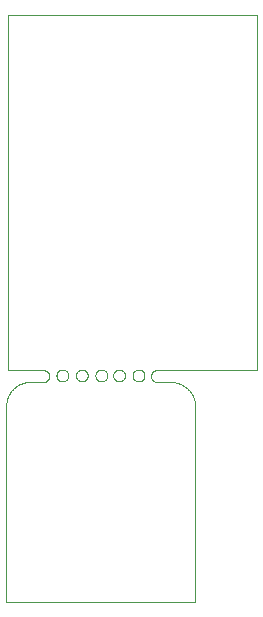
<source format=gko>
G75*
%MOIN*%
%OFA0B0*%
%FSLAX25Y25*%
%IPPOS*%
%LPD*%
%AMOC8*
5,1,8,0,0,1.08239X$1,22.5*
%
%ADD10C,0.00000*%
D10*
X0166504Y0053709D02*
X0166504Y0119260D01*
X0166506Y0119450D01*
X0166513Y0119640D01*
X0166525Y0119830D01*
X0166541Y0120020D01*
X0166561Y0120209D01*
X0166587Y0120398D01*
X0166616Y0120586D01*
X0166651Y0120773D01*
X0166690Y0120959D01*
X0166733Y0121144D01*
X0166781Y0121329D01*
X0166833Y0121512D01*
X0166889Y0121693D01*
X0166950Y0121873D01*
X0167016Y0122052D01*
X0167085Y0122229D01*
X0167159Y0122405D01*
X0167237Y0122578D01*
X0167320Y0122750D01*
X0167406Y0122919D01*
X0167496Y0123087D01*
X0167591Y0123252D01*
X0167689Y0123415D01*
X0167792Y0123575D01*
X0167898Y0123733D01*
X0168008Y0123888D01*
X0168121Y0124041D01*
X0168239Y0124191D01*
X0168360Y0124337D01*
X0168484Y0124481D01*
X0168612Y0124622D01*
X0168743Y0124760D01*
X0168878Y0124895D01*
X0169016Y0125026D01*
X0169157Y0125154D01*
X0169301Y0125278D01*
X0169447Y0125399D01*
X0169597Y0125517D01*
X0169750Y0125630D01*
X0169905Y0125740D01*
X0170063Y0125846D01*
X0170223Y0125949D01*
X0170386Y0126047D01*
X0170551Y0126142D01*
X0170719Y0126232D01*
X0170888Y0126318D01*
X0171060Y0126401D01*
X0171233Y0126479D01*
X0171409Y0126553D01*
X0171586Y0126622D01*
X0171765Y0126688D01*
X0171945Y0126749D01*
X0172126Y0126805D01*
X0172309Y0126857D01*
X0172494Y0126905D01*
X0172679Y0126948D01*
X0172865Y0126987D01*
X0173052Y0127022D01*
X0173240Y0127051D01*
X0173429Y0127077D01*
X0173618Y0127097D01*
X0173808Y0127113D01*
X0173998Y0127125D01*
X0174188Y0127132D01*
X0174378Y0127134D01*
X0178906Y0127134D01*
X0178992Y0127136D01*
X0179078Y0127141D01*
X0179163Y0127151D01*
X0179248Y0127164D01*
X0179332Y0127181D01*
X0179416Y0127201D01*
X0179498Y0127225D01*
X0179579Y0127253D01*
X0179660Y0127284D01*
X0179738Y0127318D01*
X0179815Y0127356D01*
X0179891Y0127398D01*
X0179964Y0127442D01*
X0180035Y0127490D01*
X0180105Y0127541D01*
X0180172Y0127595D01*
X0180236Y0127651D01*
X0180298Y0127711D01*
X0180358Y0127773D01*
X0180414Y0127837D01*
X0180468Y0127904D01*
X0180519Y0127974D01*
X0180567Y0128045D01*
X0180611Y0128119D01*
X0180653Y0128194D01*
X0180691Y0128271D01*
X0180725Y0128349D01*
X0180756Y0128430D01*
X0180784Y0128511D01*
X0180808Y0128593D01*
X0180828Y0128677D01*
X0180845Y0128761D01*
X0180858Y0128846D01*
X0180868Y0128931D01*
X0180873Y0129017D01*
X0180875Y0129103D01*
X0180873Y0129189D01*
X0180868Y0129275D01*
X0180858Y0129360D01*
X0180845Y0129445D01*
X0180828Y0129529D01*
X0180808Y0129613D01*
X0180784Y0129695D01*
X0180756Y0129776D01*
X0180725Y0129857D01*
X0180691Y0129935D01*
X0180653Y0130012D01*
X0180611Y0130088D01*
X0180567Y0130161D01*
X0180519Y0130232D01*
X0180468Y0130302D01*
X0180414Y0130369D01*
X0180358Y0130433D01*
X0180298Y0130495D01*
X0180236Y0130555D01*
X0180172Y0130611D01*
X0180105Y0130665D01*
X0180035Y0130716D01*
X0179964Y0130764D01*
X0179891Y0130808D01*
X0179815Y0130850D01*
X0179738Y0130888D01*
X0179660Y0130922D01*
X0179579Y0130953D01*
X0179498Y0130981D01*
X0179416Y0131005D01*
X0179332Y0131025D01*
X0179248Y0131042D01*
X0179163Y0131055D01*
X0179078Y0131065D01*
X0178992Y0131070D01*
X0178906Y0131072D01*
X0178906Y0131071D02*
X0167095Y0131071D01*
X0167095Y0249575D01*
X0249969Y0249575D01*
X0249969Y0131071D01*
X0216701Y0131071D01*
X0216701Y0131072D02*
X0216615Y0131070D01*
X0216529Y0131065D01*
X0216444Y0131055D01*
X0216359Y0131042D01*
X0216275Y0131025D01*
X0216191Y0131005D01*
X0216109Y0130981D01*
X0216028Y0130953D01*
X0215947Y0130922D01*
X0215869Y0130888D01*
X0215792Y0130850D01*
X0215717Y0130808D01*
X0215643Y0130764D01*
X0215572Y0130716D01*
X0215502Y0130665D01*
X0215435Y0130611D01*
X0215371Y0130555D01*
X0215309Y0130495D01*
X0215249Y0130433D01*
X0215193Y0130369D01*
X0215139Y0130302D01*
X0215088Y0130232D01*
X0215040Y0130161D01*
X0214996Y0130088D01*
X0214954Y0130012D01*
X0214916Y0129935D01*
X0214882Y0129857D01*
X0214851Y0129776D01*
X0214823Y0129695D01*
X0214799Y0129613D01*
X0214779Y0129529D01*
X0214762Y0129445D01*
X0214749Y0129360D01*
X0214739Y0129275D01*
X0214734Y0129189D01*
X0214732Y0129103D01*
X0214734Y0129017D01*
X0214739Y0128931D01*
X0214749Y0128846D01*
X0214762Y0128761D01*
X0214779Y0128677D01*
X0214799Y0128593D01*
X0214823Y0128511D01*
X0214851Y0128430D01*
X0214882Y0128349D01*
X0214916Y0128271D01*
X0214954Y0128194D01*
X0214996Y0128119D01*
X0215040Y0128045D01*
X0215088Y0127974D01*
X0215139Y0127904D01*
X0215193Y0127837D01*
X0215249Y0127773D01*
X0215309Y0127711D01*
X0215371Y0127651D01*
X0215435Y0127595D01*
X0215502Y0127541D01*
X0215572Y0127490D01*
X0215643Y0127442D01*
X0215717Y0127398D01*
X0215792Y0127356D01*
X0215869Y0127318D01*
X0215947Y0127284D01*
X0216028Y0127253D01*
X0216109Y0127225D01*
X0216191Y0127201D01*
X0216275Y0127181D01*
X0216359Y0127164D01*
X0216444Y0127151D01*
X0216529Y0127141D01*
X0216615Y0127136D01*
X0216701Y0127134D01*
X0221032Y0127134D01*
X0208630Y0129300D02*
X0208632Y0129388D01*
X0208638Y0129476D01*
X0208648Y0129564D01*
X0208662Y0129652D01*
X0208679Y0129738D01*
X0208701Y0129824D01*
X0208726Y0129908D01*
X0208756Y0129992D01*
X0208788Y0130074D01*
X0208825Y0130154D01*
X0208865Y0130233D01*
X0208909Y0130310D01*
X0208956Y0130385D01*
X0209006Y0130457D01*
X0209060Y0130528D01*
X0209116Y0130595D01*
X0209176Y0130661D01*
X0209238Y0130723D01*
X0209304Y0130783D01*
X0209371Y0130839D01*
X0209442Y0130893D01*
X0209514Y0130943D01*
X0209589Y0130990D01*
X0209666Y0131034D01*
X0209745Y0131074D01*
X0209825Y0131111D01*
X0209907Y0131143D01*
X0209991Y0131173D01*
X0210075Y0131198D01*
X0210161Y0131220D01*
X0210247Y0131237D01*
X0210335Y0131251D01*
X0210423Y0131261D01*
X0210511Y0131267D01*
X0210599Y0131269D01*
X0210687Y0131267D01*
X0210775Y0131261D01*
X0210863Y0131251D01*
X0210951Y0131237D01*
X0211037Y0131220D01*
X0211123Y0131198D01*
X0211207Y0131173D01*
X0211291Y0131143D01*
X0211373Y0131111D01*
X0211453Y0131074D01*
X0211532Y0131034D01*
X0211609Y0130990D01*
X0211684Y0130943D01*
X0211756Y0130893D01*
X0211827Y0130839D01*
X0211894Y0130783D01*
X0211960Y0130723D01*
X0212022Y0130661D01*
X0212082Y0130595D01*
X0212138Y0130528D01*
X0212192Y0130457D01*
X0212242Y0130385D01*
X0212289Y0130310D01*
X0212333Y0130233D01*
X0212373Y0130154D01*
X0212410Y0130074D01*
X0212442Y0129992D01*
X0212472Y0129908D01*
X0212497Y0129824D01*
X0212519Y0129738D01*
X0212536Y0129652D01*
X0212550Y0129564D01*
X0212560Y0129476D01*
X0212566Y0129388D01*
X0212568Y0129300D01*
X0212566Y0129212D01*
X0212560Y0129124D01*
X0212550Y0129036D01*
X0212536Y0128948D01*
X0212519Y0128862D01*
X0212497Y0128776D01*
X0212472Y0128692D01*
X0212442Y0128608D01*
X0212410Y0128526D01*
X0212373Y0128446D01*
X0212333Y0128367D01*
X0212289Y0128290D01*
X0212242Y0128215D01*
X0212192Y0128143D01*
X0212138Y0128072D01*
X0212082Y0128005D01*
X0212022Y0127939D01*
X0211960Y0127877D01*
X0211894Y0127817D01*
X0211827Y0127761D01*
X0211756Y0127707D01*
X0211684Y0127657D01*
X0211609Y0127610D01*
X0211532Y0127566D01*
X0211453Y0127526D01*
X0211373Y0127489D01*
X0211291Y0127457D01*
X0211207Y0127427D01*
X0211123Y0127402D01*
X0211037Y0127380D01*
X0210951Y0127363D01*
X0210863Y0127349D01*
X0210775Y0127339D01*
X0210687Y0127333D01*
X0210599Y0127331D01*
X0210511Y0127333D01*
X0210423Y0127339D01*
X0210335Y0127349D01*
X0210247Y0127363D01*
X0210161Y0127380D01*
X0210075Y0127402D01*
X0209991Y0127427D01*
X0209907Y0127457D01*
X0209825Y0127489D01*
X0209745Y0127526D01*
X0209666Y0127566D01*
X0209589Y0127610D01*
X0209514Y0127657D01*
X0209442Y0127707D01*
X0209371Y0127761D01*
X0209304Y0127817D01*
X0209238Y0127877D01*
X0209176Y0127939D01*
X0209116Y0128005D01*
X0209060Y0128072D01*
X0209006Y0128143D01*
X0208956Y0128215D01*
X0208909Y0128290D01*
X0208865Y0128367D01*
X0208825Y0128446D01*
X0208788Y0128526D01*
X0208756Y0128608D01*
X0208726Y0128692D01*
X0208701Y0128776D01*
X0208679Y0128862D01*
X0208662Y0128948D01*
X0208648Y0129036D01*
X0208638Y0129124D01*
X0208632Y0129212D01*
X0208630Y0129300D01*
X0202134Y0129300D02*
X0202136Y0129388D01*
X0202142Y0129476D01*
X0202152Y0129564D01*
X0202166Y0129652D01*
X0202183Y0129738D01*
X0202205Y0129824D01*
X0202230Y0129908D01*
X0202260Y0129992D01*
X0202292Y0130074D01*
X0202329Y0130154D01*
X0202369Y0130233D01*
X0202413Y0130310D01*
X0202460Y0130385D01*
X0202510Y0130457D01*
X0202564Y0130528D01*
X0202620Y0130595D01*
X0202680Y0130661D01*
X0202742Y0130723D01*
X0202808Y0130783D01*
X0202875Y0130839D01*
X0202946Y0130893D01*
X0203018Y0130943D01*
X0203093Y0130990D01*
X0203170Y0131034D01*
X0203249Y0131074D01*
X0203329Y0131111D01*
X0203411Y0131143D01*
X0203495Y0131173D01*
X0203579Y0131198D01*
X0203665Y0131220D01*
X0203751Y0131237D01*
X0203839Y0131251D01*
X0203927Y0131261D01*
X0204015Y0131267D01*
X0204103Y0131269D01*
X0204191Y0131267D01*
X0204279Y0131261D01*
X0204367Y0131251D01*
X0204455Y0131237D01*
X0204541Y0131220D01*
X0204627Y0131198D01*
X0204711Y0131173D01*
X0204795Y0131143D01*
X0204877Y0131111D01*
X0204957Y0131074D01*
X0205036Y0131034D01*
X0205113Y0130990D01*
X0205188Y0130943D01*
X0205260Y0130893D01*
X0205331Y0130839D01*
X0205398Y0130783D01*
X0205464Y0130723D01*
X0205526Y0130661D01*
X0205586Y0130595D01*
X0205642Y0130528D01*
X0205696Y0130457D01*
X0205746Y0130385D01*
X0205793Y0130310D01*
X0205837Y0130233D01*
X0205877Y0130154D01*
X0205914Y0130074D01*
X0205946Y0129992D01*
X0205976Y0129908D01*
X0206001Y0129824D01*
X0206023Y0129738D01*
X0206040Y0129652D01*
X0206054Y0129564D01*
X0206064Y0129476D01*
X0206070Y0129388D01*
X0206072Y0129300D01*
X0206070Y0129212D01*
X0206064Y0129124D01*
X0206054Y0129036D01*
X0206040Y0128948D01*
X0206023Y0128862D01*
X0206001Y0128776D01*
X0205976Y0128692D01*
X0205946Y0128608D01*
X0205914Y0128526D01*
X0205877Y0128446D01*
X0205837Y0128367D01*
X0205793Y0128290D01*
X0205746Y0128215D01*
X0205696Y0128143D01*
X0205642Y0128072D01*
X0205586Y0128005D01*
X0205526Y0127939D01*
X0205464Y0127877D01*
X0205398Y0127817D01*
X0205331Y0127761D01*
X0205260Y0127707D01*
X0205188Y0127657D01*
X0205113Y0127610D01*
X0205036Y0127566D01*
X0204957Y0127526D01*
X0204877Y0127489D01*
X0204795Y0127457D01*
X0204711Y0127427D01*
X0204627Y0127402D01*
X0204541Y0127380D01*
X0204455Y0127363D01*
X0204367Y0127349D01*
X0204279Y0127339D01*
X0204191Y0127333D01*
X0204103Y0127331D01*
X0204015Y0127333D01*
X0203927Y0127339D01*
X0203839Y0127349D01*
X0203751Y0127363D01*
X0203665Y0127380D01*
X0203579Y0127402D01*
X0203495Y0127427D01*
X0203411Y0127457D01*
X0203329Y0127489D01*
X0203249Y0127526D01*
X0203170Y0127566D01*
X0203093Y0127610D01*
X0203018Y0127657D01*
X0202946Y0127707D01*
X0202875Y0127761D01*
X0202808Y0127817D01*
X0202742Y0127877D01*
X0202680Y0127939D01*
X0202620Y0128005D01*
X0202564Y0128072D01*
X0202510Y0128143D01*
X0202460Y0128215D01*
X0202413Y0128290D01*
X0202369Y0128367D01*
X0202329Y0128446D01*
X0202292Y0128526D01*
X0202260Y0128608D01*
X0202230Y0128692D01*
X0202205Y0128776D01*
X0202183Y0128862D01*
X0202166Y0128948D01*
X0202152Y0129036D01*
X0202142Y0129124D01*
X0202136Y0129212D01*
X0202134Y0129300D01*
X0196228Y0129300D02*
X0196230Y0129388D01*
X0196236Y0129476D01*
X0196246Y0129564D01*
X0196260Y0129652D01*
X0196277Y0129738D01*
X0196299Y0129824D01*
X0196324Y0129908D01*
X0196354Y0129992D01*
X0196386Y0130074D01*
X0196423Y0130154D01*
X0196463Y0130233D01*
X0196507Y0130310D01*
X0196554Y0130385D01*
X0196604Y0130457D01*
X0196658Y0130528D01*
X0196714Y0130595D01*
X0196774Y0130661D01*
X0196836Y0130723D01*
X0196902Y0130783D01*
X0196969Y0130839D01*
X0197040Y0130893D01*
X0197112Y0130943D01*
X0197187Y0130990D01*
X0197264Y0131034D01*
X0197343Y0131074D01*
X0197423Y0131111D01*
X0197505Y0131143D01*
X0197589Y0131173D01*
X0197673Y0131198D01*
X0197759Y0131220D01*
X0197845Y0131237D01*
X0197933Y0131251D01*
X0198021Y0131261D01*
X0198109Y0131267D01*
X0198197Y0131269D01*
X0198285Y0131267D01*
X0198373Y0131261D01*
X0198461Y0131251D01*
X0198549Y0131237D01*
X0198635Y0131220D01*
X0198721Y0131198D01*
X0198805Y0131173D01*
X0198889Y0131143D01*
X0198971Y0131111D01*
X0199051Y0131074D01*
X0199130Y0131034D01*
X0199207Y0130990D01*
X0199282Y0130943D01*
X0199354Y0130893D01*
X0199425Y0130839D01*
X0199492Y0130783D01*
X0199558Y0130723D01*
X0199620Y0130661D01*
X0199680Y0130595D01*
X0199736Y0130528D01*
X0199790Y0130457D01*
X0199840Y0130385D01*
X0199887Y0130310D01*
X0199931Y0130233D01*
X0199971Y0130154D01*
X0200008Y0130074D01*
X0200040Y0129992D01*
X0200070Y0129908D01*
X0200095Y0129824D01*
X0200117Y0129738D01*
X0200134Y0129652D01*
X0200148Y0129564D01*
X0200158Y0129476D01*
X0200164Y0129388D01*
X0200166Y0129300D01*
X0200164Y0129212D01*
X0200158Y0129124D01*
X0200148Y0129036D01*
X0200134Y0128948D01*
X0200117Y0128862D01*
X0200095Y0128776D01*
X0200070Y0128692D01*
X0200040Y0128608D01*
X0200008Y0128526D01*
X0199971Y0128446D01*
X0199931Y0128367D01*
X0199887Y0128290D01*
X0199840Y0128215D01*
X0199790Y0128143D01*
X0199736Y0128072D01*
X0199680Y0128005D01*
X0199620Y0127939D01*
X0199558Y0127877D01*
X0199492Y0127817D01*
X0199425Y0127761D01*
X0199354Y0127707D01*
X0199282Y0127657D01*
X0199207Y0127610D01*
X0199130Y0127566D01*
X0199051Y0127526D01*
X0198971Y0127489D01*
X0198889Y0127457D01*
X0198805Y0127427D01*
X0198721Y0127402D01*
X0198635Y0127380D01*
X0198549Y0127363D01*
X0198461Y0127349D01*
X0198373Y0127339D01*
X0198285Y0127333D01*
X0198197Y0127331D01*
X0198109Y0127333D01*
X0198021Y0127339D01*
X0197933Y0127349D01*
X0197845Y0127363D01*
X0197759Y0127380D01*
X0197673Y0127402D01*
X0197589Y0127427D01*
X0197505Y0127457D01*
X0197423Y0127489D01*
X0197343Y0127526D01*
X0197264Y0127566D01*
X0197187Y0127610D01*
X0197112Y0127657D01*
X0197040Y0127707D01*
X0196969Y0127761D01*
X0196902Y0127817D01*
X0196836Y0127877D01*
X0196774Y0127939D01*
X0196714Y0128005D01*
X0196658Y0128072D01*
X0196604Y0128143D01*
X0196554Y0128215D01*
X0196507Y0128290D01*
X0196463Y0128367D01*
X0196423Y0128446D01*
X0196386Y0128526D01*
X0196354Y0128608D01*
X0196324Y0128692D01*
X0196299Y0128776D01*
X0196277Y0128862D01*
X0196260Y0128948D01*
X0196246Y0129036D01*
X0196236Y0129124D01*
X0196230Y0129212D01*
X0196228Y0129300D01*
X0189732Y0129300D02*
X0189734Y0129388D01*
X0189740Y0129476D01*
X0189750Y0129564D01*
X0189764Y0129652D01*
X0189781Y0129738D01*
X0189803Y0129824D01*
X0189828Y0129908D01*
X0189858Y0129992D01*
X0189890Y0130074D01*
X0189927Y0130154D01*
X0189967Y0130233D01*
X0190011Y0130310D01*
X0190058Y0130385D01*
X0190108Y0130457D01*
X0190162Y0130528D01*
X0190218Y0130595D01*
X0190278Y0130661D01*
X0190340Y0130723D01*
X0190406Y0130783D01*
X0190473Y0130839D01*
X0190544Y0130893D01*
X0190616Y0130943D01*
X0190691Y0130990D01*
X0190768Y0131034D01*
X0190847Y0131074D01*
X0190927Y0131111D01*
X0191009Y0131143D01*
X0191093Y0131173D01*
X0191177Y0131198D01*
X0191263Y0131220D01*
X0191349Y0131237D01*
X0191437Y0131251D01*
X0191525Y0131261D01*
X0191613Y0131267D01*
X0191701Y0131269D01*
X0191789Y0131267D01*
X0191877Y0131261D01*
X0191965Y0131251D01*
X0192053Y0131237D01*
X0192139Y0131220D01*
X0192225Y0131198D01*
X0192309Y0131173D01*
X0192393Y0131143D01*
X0192475Y0131111D01*
X0192555Y0131074D01*
X0192634Y0131034D01*
X0192711Y0130990D01*
X0192786Y0130943D01*
X0192858Y0130893D01*
X0192929Y0130839D01*
X0192996Y0130783D01*
X0193062Y0130723D01*
X0193124Y0130661D01*
X0193184Y0130595D01*
X0193240Y0130528D01*
X0193294Y0130457D01*
X0193344Y0130385D01*
X0193391Y0130310D01*
X0193435Y0130233D01*
X0193475Y0130154D01*
X0193512Y0130074D01*
X0193544Y0129992D01*
X0193574Y0129908D01*
X0193599Y0129824D01*
X0193621Y0129738D01*
X0193638Y0129652D01*
X0193652Y0129564D01*
X0193662Y0129476D01*
X0193668Y0129388D01*
X0193670Y0129300D01*
X0193668Y0129212D01*
X0193662Y0129124D01*
X0193652Y0129036D01*
X0193638Y0128948D01*
X0193621Y0128862D01*
X0193599Y0128776D01*
X0193574Y0128692D01*
X0193544Y0128608D01*
X0193512Y0128526D01*
X0193475Y0128446D01*
X0193435Y0128367D01*
X0193391Y0128290D01*
X0193344Y0128215D01*
X0193294Y0128143D01*
X0193240Y0128072D01*
X0193184Y0128005D01*
X0193124Y0127939D01*
X0193062Y0127877D01*
X0192996Y0127817D01*
X0192929Y0127761D01*
X0192858Y0127707D01*
X0192786Y0127657D01*
X0192711Y0127610D01*
X0192634Y0127566D01*
X0192555Y0127526D01*
X0192475Y0127489D01*
X0192393Y0127457D01*
X0192309Y0127427D01*
X0192225Y0127402D01*
X0192139Y0127380D01*
X0192053Y0127363D01*
X0191965Y0127349D01*
X0191877Y0127339D01*
X0191789Y0127333D01*
X0191701Y0127331D01*
X0191613Y0127333D01*
X0191525Y0127339D01*
X0191437Y0127349D01*
X0191349Y0127363D01*
X0191263Y0127380D01*
X0191177Y0127402D01*
X0191093Y0127427D01*
X0191009Y0127457D01*
X0190927Y0127489D01*
X0190847Y0127526D01*
X0190768Y0127566D01*
X0190691Y0127610D01*
X0190616Y0127657D01*
X0190544Y0127707D01*
X0190473Y0127761D01*
X0190406Y0127817D01*
X0190340Y0127877D01*
X0190278Y0127939D01*
X0190218Y0128005D01*
X0190162Y0128072D01*
X0190108Y0128143D01*
X0190058Y0128215D01*
X0190011Y0128290D01*
X0189967Y0128367D01*
X0189927Y0128446D01*
X0189890Y0128526D01*
X0189858Y0128608D01*
X0189828Y0128692D01*
X0189803Y0128776D01*
X0189781Y0128862D01*
X0189764Y0128948D01*
X0189750Y0129036D01*
X0189740Y0129124D01*
X0189734Y0129212D01*
X0189732Y0129300D01*
X0183236Y0129300D02*
X0183238Y0129388D01*
X0183244Y0129476D01*
X0183254Y0129564D01*
X0183268Y0129652D01*
X0183285Y0129738D01*
X0183307Y0129824D01*
X0183332Y0129908D01*
X0183362Y0129992D01*
X0183394Y0130074D01*
X0183431Y0130154D01*
X0183471Y0130233D01*
X0183515Y0130310D01*
X0183562Y0130385D01*
X0183612Y0130457D01*
X0183666Y0130528D01*
X0183722Y0130595D01*
X0183782Y0130661D01*
X0183844Y0130723D01*
X0183910Y0130783D01*
X0183977Y0130839D01*
X0184048Y0130893D01*
X0184120Y0130943D01*
X0184195Y0130990D01*
X0184272Y0131034D01*
X0184351Y0131074D01*
X0184431Y0131111D01*
X0184513Y0131143D01*
X0184597Y0131173D01*
X0184681Y0131198D01*
X0184767Y0131220D01*
X0184853Y0131237D01*
X0184941Y0131251D01*
X0185029Y0131261D01*
X0185117Y0131267D01*
X0185205Y0131269D01*
X0185293Y0131267D01*
X0185381Y0131261D01*
X0185469Y0131251D01*
X0185557Y0131237D01*
X0185643Y0131220D01*
X0185729Y0131198D01*
X0185813Y0131173D01*
X0185897Y0131143D01*
X0185979Y0131111D01*
X0186059Y0131074D01*
X0186138Y0131034D01*
X0186215Y0130990D01*
X0186290Y0130943D01*
X0186362Y0130893D01*
X0186433Y0130839D01*
X0186500Y0130783D01*
X0186566Y0130723D01*
X0186628Y0130661D01*
X0186688Y0130595D01*
X0186744Y0130528D01*
X0186798Y0130457D01*
X0186848Y0130385D01*
X0186895Y0130310D01*
X0186939Y0130233D01*
X0186979Y0130154D01*
X0187016Y0130074D01*
X0187048Y0129992D01*
X0187078Y0129908D01*
X0187103Y0129824D01*
X0187125Y0129738D01*
X0187142Y0129652D01*
X0187156Y0129564D01*
X0187166Y0129476D01*
X0187172Y0129388D01*
X0187174Y0129300D01*
X0187172Y0129212D01*
X0187166Y0129124D01*
X0187156Y0129036D01*
X0187142Y0128948D01*
X0187125Y0128862D01*
X0187103Y0128776D01*
X0187078Y0128692D01*
X0187048Y0128608D01*
X0187016Y0128526D01*
X0186979Y0128446D01*
X0186939Y0128367D01*
X0186895Y0128290D01*
X0186848Y0128215D01*
X0186798Y0128143D01*
X0186744Y0128072D01*
X0186688Y0128005D01*
X0186628Y0127939D01*
X0186566Y0127877D01*
X0186500Y0127817D01*
X0186433Y0127761D01*
X0186362Y0127707D01*
X0186290Y0127657D01*
X0186215Y0127610D01*
X0186138Y0127566D01*
X0186059Y0127526D01*
X0185979Y0127489D01*
X0185897Y0127457D01*
X0185813Y0127427D01*
X0185729Y0127402D01*
X0185643Y0127380D01*
X0185557Y0127363D01*
X0185469Y0127349D01*
X0185381Y0127339D01*
X0185293Y0127333D01*
X0185205Y0127331D01*
X0185117Y0127333D01*
X0185029Y0127339D01*
X0184941Y0127349D01*
X0184853Y0127363D01*
X0184767Y0127380D01*
X0184681Y0127402D01*
X0184597Y0127427D01*
X0184513Y0127457D01*
X0184431Y0127489D01*
X0184351Y0127526D01*
X0184272Y0127566D01*
X0184195Y0127610D01*
X0184120Y0127657D01*
X0184048Y0127707D01*
X0183977Y0127761D01*
X0183910Y0127817D01*
X0183844Y0127877D01*
X0183782Y0127939D01*
X0183722Y0128005D01*
X0183666Y0128072D01*
X0183612Y0128143D01*
X0183562Y0128215D01*
X0183515Y0128290D01*
X0183471Y0128367D01*
X0183431Y0128446D01*
X0183394Y0128526D01*
X0183362Y0128608D01*
X0183332Y0128692D01*
X0183307Y0128776D01*
X0183285Y0128862D01*
X0183268Y0128948D01*
X0183254Y0129036D01*
X0183244Y0129124D01*
X0183238Y0129212D01*
X0183236Y0129300D01*
X0221032Y0127135D02*
X0221229Y0127139D01*
X0221427Y0127139D01*
X0221624Y0127135D01*
X0221822Y0127125D01*
X0222019Y0127111D01*
X0222215Y0127092D01*
X0222411Y0127068D01*
X0222607Y0127039D01*
X0222802Y0127006D01*
X0222995Y0126968D01*
X0223188Y0126925D01*
X0223380Y0126878D01*
X0223571Y0126826D01*
X0223760Y0126770D01*
X0223948Y0126708D01*
X0224134Y0126643D01*
X0224319Y0126573D01*
X0224502Y0126498D01*
X0224683Y0126419D01*
X0224862Y0126336D01*
X0225039Y0126249D01*
X0225214Y0126157D01*
X0225387Y0126061D01*
X0225557Y0125961D01*
X0225725Y0125856D01*
X0225890Y0125748D01*
X0226053Y0125636D01*
X0226212Y0125520D01*
X0226369Y0125400D01*
X0226523Y0125276D01*
X0226674Y0125148D01*
X0226822Y0125017D01*
X0226967Y0124883D01*
X0227108Y0124745D01*
X0227246Y0124604D01*
X0227381Y0124459D01*
X0227512Y0124311D01*
X0227639Y0124160D01*
X0227763Y0124006D01*
X0227883Y0123849D01*
X0227999Y0123689D01*
X0228111Y0123526D01*
X0228219Y0123361D01*
X0228324Y0123193D01*
X0228424Y0123023D01*
X0228520Y0122850D01*
X0228611Y0122675D01*
X0228699Y0122498D01*
X0228782Y0122319D01*
X0228861Y0122138D01*
X0228936Y0121955D01*
X0229006Y0121770D01*
X0229071Y0121584D01*
X0229132Y0121396D01*
X0229189Y0121207D01*
X0229240Y0121016D01*
X0229288Y0120824D01*
X0229330Y0120631D01*
X0229368Y0120438D01*
X0229402Y0120243D01*
X0229430Y0120047D01*
X0229454Y0119851D01*
X0229473Y0119655D01*
X0229487Y0119458D01*
X0229497Y0119260D01*
X0229496Y0119260D02*
X0229496Y0053709D01*
X0166504Y0053709D01*
M02*

</source>
